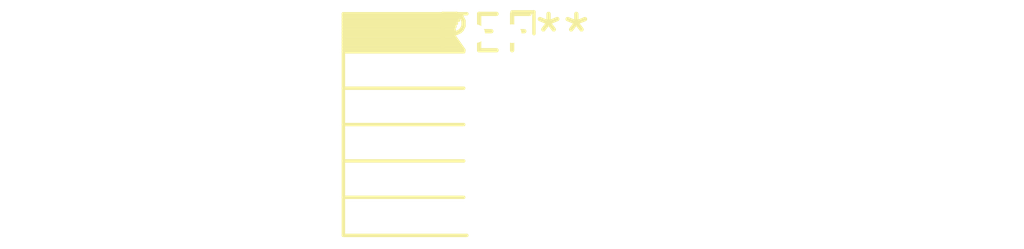
<source format=kicad_pcb>
(kicad_pcb (version 20240108) (generator pcbnew)
  (layers (0 "F.Cu" signal) (31 "B.Cu" signal) (34 "B.Paste" user) (35 "F.Paste" user) (36 "B.SilkS" user "B.Silkscreen") (37 "F.SilkS" user "F.Silkscreen") (38 "B.Mask" user) (39 "F.Mask" user) (44 "Edge.Cuts" user))
  (net 0 "")
  (footprint "PinSocket_2x06_P1.27mm_Horizontal" (layer "F.Cu") (at 0 0)
    (property "Reference" "REF**")
    (property "Value" "PinSocket_2x06_P1.27mm_Horizontal")
    (fp_line (start -5.88 -0.695) (end -5.88 7.045) (layer "F.SilkS") (stroke (width 0.12)))
    (fp_line (start -5.88 -0.695) (end -1.57753 -0.695) (layer "F.SilkS") (stroke (width 0.12)))
    (fp_line (start -5.88 -0.575) (end -1.766966 -0.575) (layer "F.SilkS") (stroke (width 0.12)))
    (fp_line (start -5.88 -0.465) (end -1.871145 -0.465) (layer "F.SilkS") (stroke (width 0.12)))
    (fp_line (start -5.88 -0.355) (end -1.941993 -0.355) (layer "F.SilkS") (stroke (width 0.12)))
    (fp_line (start -5.88 -0.245) (end -1.989427 -0.245) (layer "F.SilkS") (stroke (width 0.12)))
    (fp_line (start -5.88 -0.135) (end -2.017914 -0.135) (layer "F.SilkS") (stroke (width 0.12)))
    (fp_line (start -5.88 -0.025) (end -2.029589 -0.025) (layer "F.SilkS") (stroke (width 0.12)))
    (fp_line (start -5.88 0.085) (end -2.025232 0.085) (layer "F.SilkS") (stroke (width 0.12)))
    (fp_line (start -5.88 0.195) (end -2.004558 0.195) (layer "F.SilkS") (stroke (width 0.12)))
    (fp_line (start -5.88 0.305) (end -1.966114 0.305) (layer "F.SilkS") (stroke (width 0.12)))
    (fp_line (start -5.88 0.415) (end -1.906691 0.415) (layer "F.SilkS") (stroke (width 0.12)))
    (fp_line (start -5.88 0.525) (end -1.819523 0.525) (layer "F.SilkS") (stroke (width 0.12)))
    (fp_line (start -5.88 0.635) (end -1.687582 0.635) (layer "F.SilkS") (stroke (width 0.12)))
    (fp_line (start -5.88 1.905) (end -1.687582 1.905) (layer "F.SilkS") (stroke (width 0.12)))
    (fp_line (start -5.88 3.175) (end -1.687582 3.175) (layer "F.SilkS") (stroke (width 0.12)))
    (fp_line (start -5.88 4.445) (end -1.687582 4.445) (layer "F.SilkS") (stroke (width 0.12)))
    (fp_line (start -5.88 5.715) (end -1.687582 5.715) (layer "F.SilkS") (stroke (width 0.12)))
    (fp_line (start -5.88 7.045) (end -1.57753 7.045) (layer "F.SilkS") (stroke (width 0.12)))
    (fp_line (start 0 -0.76) (end 0.76 -0.76) (layer "F.SilkS") (stroke (width 0.12)))
    (fp_line (start 0.76 -0.76) (end 0.76 0) (layer "F.SilkS") (stroke (width 0.12)))
    (pad "1" thru_hole rect (at 0 0) (size 1 1) (drill 0.65) (layers *.Cu *.Mask) (remove_unused_layers))
    (pad "2" thru_hole oval (at -1.27 0) (size 1 1) (drill 0.65) (layers *.Cu *.Mask) (remove_unused_layers))
    (pad "3" thru_hole oval (at 0 1.27) (size 1 1) (drill 0.65) (layers *.Cu *.Mask) (remove_unused_layers))
    (pad "4" thru_hole oval (at -1.27 1.27) (size 1 1) (drill 0.65) (layers *.Cu *.Mask) (remove_unused_layers))
    (pad "5" thru_hole oval (at 0 2.54) (size 1 1) (drill 0.65) (layers *.Cu *.Mask) (remove_unused_layers))
    (pad "6" thru_hole oval (at -1.27 2.54) (size 1 1) (drill 0.65) (layers *.Cu *.Mask) (remove_unused_layers))
    (pad "7" thru_hole oval (at 0 3.81) (size 1 1) (drill 0.65) (layers *.Cu *.Mask) (remove_unused_layers))
    (pad "8" thru_hole oval (at -1.27 3.81) (size 1 1) (drill 0.65) (layers *.Cu *.Mask) (remove_unused_layers))
    (pad "9" thru_hole oval (at 0 5.08) (size 1 1) (drill 0.65) (layers *.Cu *.Mask) (remove_unused_layers))
    (pad "10" thru_hole oval (at -1.27 5.08) (size 1 1) (drill 0.65) (layers *.Cu *.Mask) (remove_unused_layers))
    (pad "11" thru_hole oval (at 0 6.35) (size 1 1) (drill 0.65) (layers *.Cu *.Mask) (remove_unused_layers))
    (pad "12" thru_hole oval (at -1.27 6.35) (size 1 1) (drill 0.65) (layers *.Cu *.Mask) (remove_unused_layers))
  )
)
</source>
